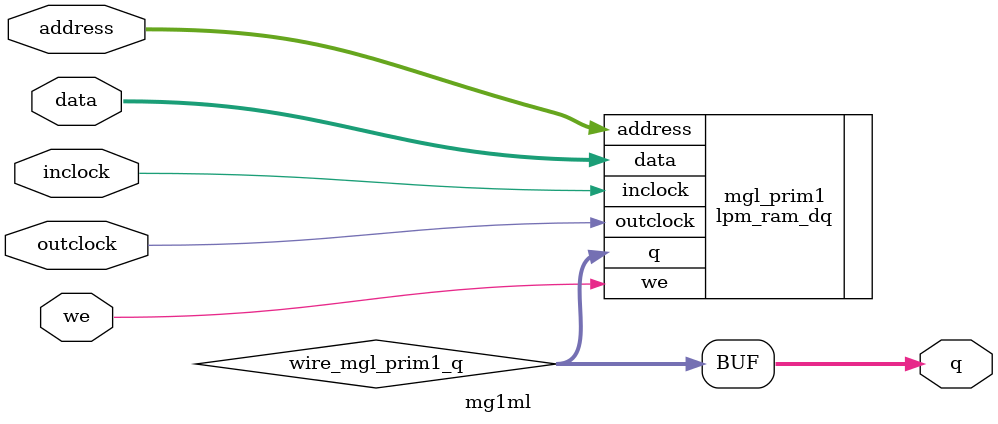
<source format=v>






//synthesis_resources = lpm_ram_dq 1 
//synopsys translate_off
`timescale 1 ps / 1 ps
//synopsys translate_on
module  mg1ml
	( 
	address,
	data,
	inclock,
	outclock,
	q,
	we) /* synthesis synthesis_clearbox=1 */;
	input   [7:0]  address;
	input   [7:0]  data;
	input   inclock;
	input   outclock;
	output   [7:0]  q;
	input   we;

	wire  [7:0]   wire_mgl_prim1_q;

	lpm_ram_dq   mgl_prim1
	( 
	.address(address),
	.data(data),
	.inclock(inclock),
	.outclock(outclock),
	.q(wire_mgl_prim1_q),
	.we(we));
	defparam
		mgl_prim1.intended_device_family = "MAX7000S",
		mgl_prim1.lpm_address_control = "REGISTERED",
		mgl_prim1.lpm_indata = "REGISTERED",
		mgl_prim1.lpm_outdata = "REGISTERED",
		mgl_prim1.lpm_width = 8,
		mgl_prim1.lpm_widthad = 8;
	assign
		q = wire_mgl_prim1_q;
endmodule //mg1ml
//VALID FILE

</source>
